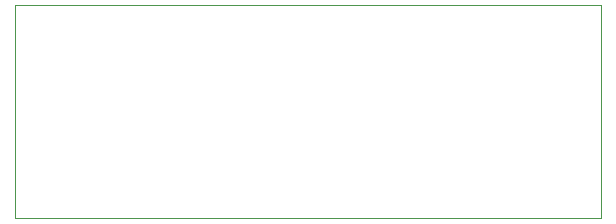
<source format=gm1>
G04 #@! TF.GenerationSoftware,KiCad,Pcbnew,(5.99.0-10682-g4bb4606811)*
G04 #@! TF.CreationDate,2021-06-09T14:52:47+02:00*
G04 #@! TF.ProjectId,xl7005-module,786c3730-3035-42d6-9d6f-64756c652e6b,rev?*
G04 #@! TF.SameCoordinates,Original*
G04 #@! TF.FileFunction,Profile,NP*
%FSLAX46Y46*%
G04 Gerber Fmt 4.6, Leading zero omitted, Abs format (unit mm)*
G04 Created by KiCad (PCBNEW (5.99.0-10682-g4bb4606811)) date 2021-06-09 14:52:47*
%MOMM*%
%LPD*%
G01*
G04 APERTURE LIST*
G04 #@! TA.AperFunction,Profile*
%ADD10C,0.100000*%
G04 #@! TD*
G04 APERTURE END LIST*
D10*
X128300000Y-59000000D02*
X128300000Y-77000000D01*
X128300000Y-77000000D02*
X177900000Y-77000000D01*
X177900000Y-59000000D02*
X177900000Y-77000000D01*
X177900000Y-59000000D02*
X128300000Y-59000000D01*
M02*

</source>
